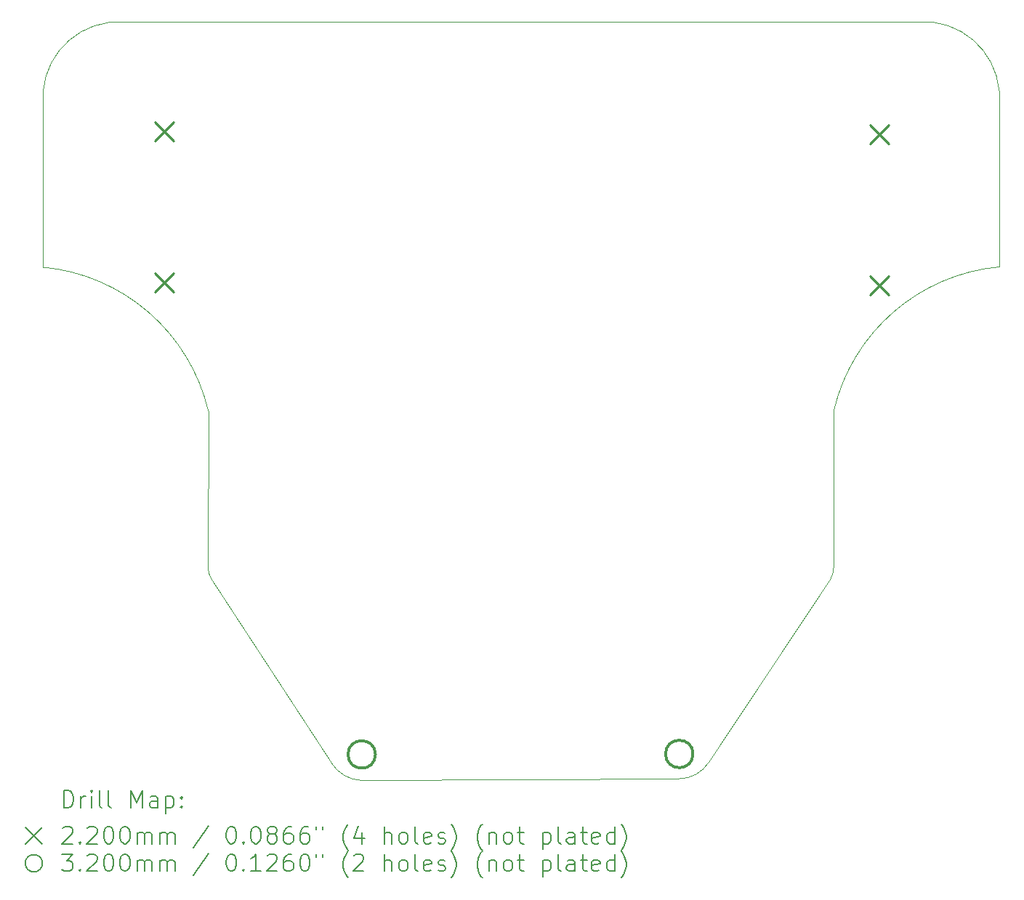
<source format=gbr>
%TF.GenerationSoftware,KiCad,Pcbnew,7.0.1*%
%TF.CreationDate,2023-10-29T13:19:21+05:30*%
%TF.ProjectId,MAZEBLAZE-V3,4d415a45-424c-4415-9a45-2d56332e6b69,rev?*%
%TF.SameCoordinates,Original*%
%TF.FileFunction,Drillmap*%
%TF.FilePolarity,Positive*%
%FSLAX45Y45*%
G04 Gerber Fmt 4.5, Leading zero omitted, Abs format (unit mm)*
G04 Created by KiCad (PCBNEW 7.0.1) date 2023-10-29 13:19:21*
%MOMM*%
%LPD*%
G01*
G04 APERTURE LIST*
%ADD10C,0.100000*%
%ADD11C,0.200000*%
%ADD12C,0.220000*%
%ADD13C,0.320000*%
G04 APERTURE END LIST*
D10*
X14456000Y-13026998D02*
G75*
G03*
X14810446Y-12832591I3160J414558D01*
G01*
X10413000Y-12843000D02*
G75*
G03*
X10765707Y-13045879I367000J230000D01*
G01*
X16230929Y-10686044D02*
X14810446Y-12832591D01*
X18192321Y-5009789D02*
G75*
G03*
X17254236Y-4203511I-880001J-75001D01*
G01*
X8978000Y-8738000D02*
X8977000Y-10565000D01*
X7992084Y-4205722D02*
X17254236Y-4203511D01*
X8977156Y-10564563D02*
G75*
G03*
X9009227Y-10686607I213974J-9007D01*
G01*
X7992084Y-4205722D02*
G75*
G03*
X7054000Y-5012000I-58084J-881278D01*
G01*
X18193000Y-7060000D02*
G75*
G03*
X16265454Y-8734635I201000J-2178000D01*
G01*
X10765707Y-13045879D02*
X14456000Y-13027000D01*
X16230931Y-10686045D02*
G75*
G03*
X16263000Y-10564000I-181911J113035D01*
G01*
X9009227Y-10686607D02*
X10413000Y-12843000D01*
X16265454Y-8734635D02*
X16263000Y-10564000D01*
X8977999Y-8738000D02*
G75*
G03*
X7050454Y-7063366I-2128545J-503365D01*
G01*
X18192320Y-5009789D02*
X18193000Y-7060000D01*
X7054000Y-5012000D02*
X7050454Y-7063366D01*
D11*
D12*
X8351000Y-5374000D02*
X8571000Y-5594000D01*
X8571000Y-5374000D02*
X8351000Y-5594000D01*
X8351000Y-7130000D02*
X8571000Y-7350000D01*
X8571000Y-7130000D02*
X8351000Y-7350000D01*
X16684000Y-5409000D02*
X16904000Y-5629000D01*
X16904000Y-5409000D02*
X16684000Y-5629000D01*
X16687978Y-7162792D02*
X16907978Y-7382792D01*
X16907978Y-7162792D02*
X16687978Y-7382792D01*
D13*
X10925000Y-12742894D02*
G75*
G03*
X10925000Y-12742894I-160000J0D01*
G01*
X14625000Y-12737000D02*
G75*
G03*
X14625000Y-12737000I-160000J0D01*
G01*
D11*
X7293073Y-13363403D02*
X7293073Y-13163403D01*
X7293073Y-13163403D02*
X7340692Y-13163403D01*
X7340692Y-13163403D02*
X7369263Y-13172927D01*
X7369263Y-13172927D02*
X7388311Y-13191975D01*
X7388311Y-13191975D02*
X7397835Y-13211022D01*
X7397835Y-13211022D02*
X7407359Y-13249117D01*
X7407359Y-13249117D02*
X7407359Y-13277689D01*
X7407359Y-13277689D02*
X7397835Y-13315784D01*
X7397835Y-13315784D02*
X7388311Y-13334832D01*
X7388311Y-13334832D02*
X7369263Y-13353879D01*
X7369263Y-13353879D02*
X7340692Y-13363403D01*
X7340692Y-13363403D02*
X7293073Y-13363403D01*
X7493073Y-13363403D02*
X7493073Y-13230070D01*
X7493073Y-13268165D02*
X7502597Y-13249117D01*
X7502597Y-13249117D02*
X7512121Y-13239594D01*
X7512121Y-13239594D02*
X7531168Y-13230070D01*
X7531168Y-13230070D02*
X7550216Y-13230070D01*
X7616882Y-13363403D02*
X7616882Y-13230070D01*
X7616882Y-13163403D02*
X7607359Y-13172927D01*
X7607359Y-13172927D02*
X7616882Y-13182451D01*
X7616882Y-13182451D02*
X7626406Y-13172927D01*
X7626406Y-13172927D02*
X7616882Y-13163403D01*
X7616882Y-13163403D02*
X7616882Y-13182451D01*
X7740692Y-13363403D02*
X7721644Y-13353879D01*
X7721644Y-13353879D02*
X7712121Y-13334832D01*
X7712121Y-13334832D02*
X7712121Y-13163403D01*
X7845454Y-13363403D02*
X7826406Y-13353879D01*
X7826406Y-13353879D02*
X7816882Y-13334832D01*
X7816882Y-13334832D02*
X7816882Y-13163403D01*
X8074025Y-13363403D02*
X8074025Y-13163403D01*
X8074025Y-13163403D02*
X8140692Y-13306260D01*
X8140692Y-13306260D02*
X8207359Y-13163403D01*
X8207359Y-13163403D02*
X8207359Y-13363403D01*
X8388311Y-13363403D02*
X8388311Y-13258641D01*
X8388311Y-13258641D02*
X8378787Y-13239594D01*
X8378787Y-13239594D02*
X8359740Y-13230070D01*
X8359740Y-13230070D02*
X8321644Y-13230070D01*
X8321644Y-13230070D02*
X8302597Y-13239594D01*
X8388311Y-13353879D02*
X8369263Y-13363403D01*
X8369263Y-13363403D02*
X8321644Y-13363403D01*
X8321644Y-13363403D02*
X8302597Y-13353879D01*
X8302597Y-13353879D02*
X8293073Y-13334832D01*
X8293073Y-13334832D02*
X8293073Y-13315784D01*
X8293073Y-13315784D02*
X8302597Y-13296737D01*
X8302597Y-13296737D02*
X8321644Y-13287213D01*
X8321644Y-13287213D02*
X8369263Y-13287213D01*
X8369263Y-13287213D02*
X8388311Y-13277689D01*
X8483549Y-13230070D02*
X8483549Y-13430070D01*
X8483549Y-13239594D02*
X8502597Y-13230070D01*
X8502597Y-13230070D02*
X8540692Y-13230070D01*
X8540692Y-13230070D02*
X8559740Y-13239594D01*
X8559740Y-13239594D02*
X8569264Y-13249117D01*
X8569264Y-13249117D02*
X8578787Y-13268165D01*
X8578787Y-13268165D02*
X8578787Y-13325308D01*
X8578787Y-13325308D02*
X8569264Y-13344356D01*
X8569264Y-13344356D02*
X8559740Y-13353879D01*
X8559740Y-13353879D02*
X8540692Y-13363403D01*
X8540692Y-13363403D02*
X8502597Y-13363403D01*
X8502597Y-13363403D02*
X8483549Y-13353879D01*
X8664502Y-13344356D02*
X8674025Y-13353879D01*
X8674025Y-13353879D02*
X8664502Y-13363403D01*
X8664502Y-13363403D02*
X8654978Y-13353879D01*
X8654978Y-13353879D02*
X8664502Y-13344356D01*
X8664502Y-13344356D02*
X8664502Y-13363403D01*
X8664502Y-13239594D02*
X8674025Y-13249117D01*
X8674025Y-13249117D02*
X8664502Y-13258641D01*
X8664502Y-13258641D02*
X8654978Y-13249117D01*
X8654978Y-13249117D02*
X8664502Y-13239594D01*
X8664502Y-13239594D02*
X8664502Y-13258641D01*
X6845454Y-13590879D02*
X7045454Y-13790879D01*
X7045454Y-13590879D02*
X6845454Y-13790879D01*
X7283549Y-13602451D02*
X7293073Y-13592927D01*
X7293073Y-13592927D02*
X7312121Y-13583403D01*
X7312121Y-13583403D02*
X7359740Y-13583403D01*
X7359740Y-13583403D02*
X7378787Y-13592927D01*
X7378787Y-13592927D02*
X7388311Y-13602451D01*
X7388311Y-13602451D02*
X7397835Y-13621498D01*
X7397835Y-13621498D02*
X7397835Y-13640546D01*
X7397835Y-13640546D02*
X7388311Y-13669117D01*
X7388311Y-13669117D02*
X7274025Y-13783403D01*
X7274025Y-13783403D02*
X7397835Y-13783403D01*
X7483549Y-13764356D02*
X7493073Y-13773879D01*
X7493073Y-13773879D02*
X7483549Y-13783403D01*
X7483549Y-13783403D02*
X7474025Y-13773879D01*
X7474025Y-13773879D02*
X7483549Y-13764356D01*
X7483549Y-13764356D02*
X7483549Y-13783403D01*
X7569263Y-13602451D02*
X7578787Y-13592927D01*
X7578787Y-13592927D02*
X7597835Y-13583403D01*
X7597835Y-13583403D02*
X7645454Y-13583403D01*
X7645454Y-13583403D02*
X7664502Y-13592927D01*
X7664502Y-13592927D02*
X7674025Y-13602451D01*
X7674025Y-13602451D02*
X7683549Y-13621498D01*
X7683549Y-13621498D02*
X7683549Y-13640546D01*
X7683549Y-13640546D02*
X7674025Y-13669117D01*
X7674025Y-13669117D02*
X7559740Y-13783403D01*
X7559740Y-13783403D02*
X7683549Y-13783403D01*
X7807359Y-13583403D02*
X7826406Y-13583403D01*
X7826406Y-13583403D02*
X7845454Y-13592927D01*
X7845454Y-13592927D02*
X7854978Y-13602451D01*
X7854978Y-13602451D02*
X7864502Y-13621498D01*
X7864502Y-13621498D02*
X7874025Y-13659594D01*
X7874025Y-13659594D02*
X7874025Y-13707213D01*
X7874025Y-13707213D02*
X7864502Y-13745308D01*
X7864502Y-13745308D02*
X7854978Y-13764356D01*
X7854978Y-13764356D02*
X7845454Y-13773879D01*
X7845454Y-13773879D02*
X7826406Y-13783403D01*
X7826406Y-13783403D02*
X7807359Y-13783403D01*
X7807359Y-13783403D02*
X7788311Y-13773879D01*
X7788311Y-13773879D02*
X7778787Y-13764356D01*
X7778787Y-13764356D02*
X7769263Y-13745308D01*
X7769263Y-13745308D02*
X7759740Y-13707213D01*
X7759740Y-13707213D02*
X7759740Y-13659594D01*
X7759740Y-13659594D02*
X7769263Y-13621498D01*
X7769263Y-13621498D02*
X7778787Y-13602451D01*
X7778787Y-13602451D02*
X7788311Y-13592927D01*
X7788311Y-13592927D02*
X7807359Y-13583403D01*
X7997835Y-13583403D02*
X8016883Y-13583403D01*
X8016883Y-13583403D02*
X8035930Y-13592927D01*
X8035930Y-13592927D02*
X8045454Y-13602451D01*
X8045454Y-13602451D02*
X8054978Y-13621498D01*
X8054978Y-13621498D02*
X8064502Y-13659594D01*
X8064502Y-13659594D02*
X8064502Y-13707213D01*
X8064502Y-13707213D02*
X8054978Y-13745308D01*
X8054978Y-13745308D02*
X8045454Y-13764356D01*
X8045454Y-13764356D02*
X8035930Y-13773879D01*
X8035930Y-13773879D02*
X8016883Y-13783403D01*
X8016883Y-13783403D02*
X7997835Y-13783403D01*
X7997835Y-13783403D02*
X7978787Y-13773879D01*
X7978787Y-13773879D02*
X7969263Y-13764356D01*
X7969263Y-13764356D02*
X7959740Y-13745308D01*
X7959740Y-13745308D02*
X7950216Y-13707213D01*
X7950216Y-13707213D02*
X7950216Y-13659594D01*
X7950216Y-13659594D02*
X7959740Y-13621498D01*
X7959740Y-13621498D02*
X7969263Y-13602451D01*
X7969263Y-13602451D02*
X7978787Y-13592927D01*
X7978787Y-13592927D02*
X7997835Y-13583403D01*
X8150216Y-13783403D02*
X8150216Y-13650070D01*
X8150216Y-13669117D02*
X8159740Y-13659594D01*
X8159740Y-13659594D02*
X8178787Y-13650070D01*
X8178787Y-13650070D02*
X8207359Y-13650070D01*
X8207359Y-13650070D02*
X8226406Y-13659594D01*
X8226406Y-13659594D02*
X8235930Y-13678641D01*
X8235930Y-13678641D02*
X8235930Y-13783403D01*
X8235930Y-13678641D02*
X8245454Y-13659594D01*
X8245454Y-13659594D02*
X8264502Y-13650070D01*
X8264502Y-13650070D02*
X8293073Y-13650070D01*
X8293073Y-13650070D02*
X8312121Y-13659594D01*
X8312121Y-13659594D02*
X8321644Y-13678641D01*
X8321644Y-13678641D02*
X8321644Y-13783403D01*
X8416883Y-13783403D02*
X8416883Y-13650070D01*
X8416883Y-13669117D02*
X8426406Y-13659594D01*
X8426406Y-13659594D02*
X8445454Y-13650070D01*
X8445454Y-13650070D02*
X8474026Y-13650070D01*
X8474026Y-13650070D02*
X8493073Y-13659594D01*
X8493073Y-13659594D02*
X8502597Y-13678641D01*
X8502597Y-13678641D02*
X8502597Y-13783403D01*
X8502597Y-13678641D02*
X8512121Y-13659594D01*
X8512121Y-13659594D02*
X8531168Y-13650070D01*
X8531168Y-13650070D02*
X8559740Y-13650070D01*
X8559740Y-13650070D02*
X8578787Y-13659594D01*
X8578787Y-13659594D02*
X8588311Y-13678641D01*
X8588311Y-13678641D02*
X8588311Y-13783403D01*
X8978787Y-13573879D02*
X8807359Y-13831022D01*
X9235930Y-13583403D02*
X9254978Y-13583403D01*
X9254978Y-13583403D02*
X9274026Y-13592927D01*
X9274026Y-13592927D02*
X9283549Y-13602451D01*
X9283549Y-13602451D02*
X9293073Y-13621498D01*
X9293073Y-13621498D02*
X9302597Y-13659594D01*
X9302597Y-13659594D02*
X9302597Y-13707213D01*
X9302597Y-13707213D02*
X9293073Y-13745308D01*
X9293073Y-13745308D02*
X9283549Y-13764356D01*
X9283549Y-13764356D02*
X9274026Y-13773879D01*
X9274026Y-13773879D02*
X9254978Y-13783403D01*
X9254978Y-13783403D02*
X9235930Y-13783403D01*
X9235930Y-13783403D02*
X9216883Y-13773879D01*
X9216883Y-13773879D02*
X9207359Y-13764356D01*
X9207359Y-13764356D02*
X9197835Y-13745308D01*
X9197835Y-13745308D02*
X9188311Y-13707213D01*
X9188311Y-13707213D02*
X9188311Y-13659594D01*
X9188311Y-13659594D02*
X9197835Y-13621498D01*
X9197835Y-13621498D02*
X9207359Y-13602451D01*
X9207359Y-13602451D02*
X9216883Y-13592927D01*
X9216883Y-13592927D02*
X9235930Y-13583403D01*
X9388311Y-13764356D02*
X9397835Y-13773879D01*
X9397835Y-13773879D02*
X9388311Y-13783403D01*
X9388311Y-13783403D02*
X9378788Y-13773879D01*
X9378788Y-13773879D02*
X9388311Y-13764356D01*
X9388311Y-13764356D02*
X9388311Y-13783403D01*
X9521645Y-13583403D02*
X9540692Y-13583403D01*
X9540692Y-13583403D02*
X9559740Y-13592927D01*
X9559740Y-13592927D02*
X9569264Y-13602451D01*
X9569264Y-13602451D02*
X9578788Y-13621498D01*
X9578788Y-13621498D02*
X9588311Y-13659594D01*
X9588311Y-13659594D02*
X9588311Y-13707213D01*
X9588311Y-13707213D02*
X9578788Y-13745308D01*
X9578788Y-13745308D02*
X9569264Y-13764356D01*
X9569264Y-13764356D02*
X9559740Y-13773879D01*
X9559740Y-13773879D02*
X9540692Y-13783403D01*
X9540692Y-13783403D02*
X9521645Y-13783403D01*
X9521645Y-13783403D02*
X9502597Y-13773879D01*
X9502597Y-13773879D02*
X9493073Y-13764356D01*
X9493073Y-13764356D02*
X9483549Y-13745308D01*
X9483549Y-13745308D02*
X9474026Y-13707213D01*
X9474026Y-13707213D02*
X9474026Y-13659594D01*
X9474026Y-13659594D02*
X9483549Y-13621498D01*
X9483549Y-13621498D02*
X9493073Y-13602451D01*
X9493073Y-13602451D02*
X9502597Y-13592927D01*
X9502597Y-13592927D02*
X9521645Y-13583403D01*
X9702597Y-13669117D02*
X9683549Y-13659594D01*
X9683549Y-13659594D02*
X9674026Y-13650070D01*
X9674026Y-13650070D02*
X9664502Y-13631022D01*
X9664502Y-13631022D02*
X9664502Y-13621498D01*
X9664502Y-13621498D02*
X9674026Y-13602451D01*
X9674026Y-13602451D02*
X9683549Y-13592927D01*
X9683549Y-13592927D02*
X9702597Y-13583403D01*
X9702597Y-13583403D02*
X9740692Y-13583403D01*
X9740692Y-13583403D02*
X9759740Y-13592927D01*
X9759740Y-13592927D02*
X9769264Y-13602451D01*
X9769264Y-13602451D02*
X9778788Y-13621498D01*
X9778788Y-13621498D02*
X9778788Y-13631022D01*
X9778788Y-13631022D02*
X9769264Y-13650070D01*
X9769264Y-13650070D02*
X9759740Y-13659594D01*
X9759740Y-13659594D02*
X9740692Y-13669117D01*
X9740692Y-13669117D02*
X9702597Y-13669117D01*
X9702597Y-13669117D02*
X9683549Y-13678641D01*
X9683549Y-13678641D02*
X9674026Y-13688165D01*
X9674026Y-13688165D02*
X9664502Y-13707213D01*
X9664502Y-13707213D02*
X9664502Y-13745308D01*
X9664502Y-13745308D02*
X9674026Y-13764356D01*
X9674026Y-13764356D02*
X9683549Y-13773879D01*
X9683549Y-13773879D02*
X9702597Y-13783403D01*
X9702597Y-13783403D02*
X9740692Y-13783403D01*
X9740692Y-13783403D02*
X9759740Y-13773879D01*
X9759740Y-13773879D02*
X9769264Y-13764356D01*
X9769264Y-13764356D02*
X9778788Y-13745308D01*
X9778788Y-13745308D02*
X9778788Y-13707213D01*
X9778788Y-13707213D02*
X9769264Y-13688165D01*
X9769264Y-13688165D02*
X9759740Y-13678641D01*
X9759740Y-13678641D02*
X9740692Y-13669117D01*
X9950216Y-13583403D02*
X9912121Y-13583403D01*
X9912121Y-13583403D02*
X9893073Y-13592927D01*
X9893073Y-13592927D02*
X9883549Y-13602451D01*
X9883549Y-13602451D02*
X9864502Y-13631022D01*
X9864502Y-13631022D02*
X9854978Y-13669117D01*
X9854978Y-13669117D02*
X9854978Y-13745308D01*
X9854978Y-13745308D02*
X9864502Y-13764356D01*
X9864502Y-13764356D02*
X9874026Y-13773879D01*
X9874026Y-13773879D02*
X9893073Y-13783403D01*
X9893073Y-13783403D02*
X9931169Y-13783403D01*
X9931169Y-13783403D02*
X9950216Y-13773879D01*
X9950216Y-13773879D02*
X9959740Y-13764356D01*
X9959740Y-13764356D02*
X9969264Y-13745308D01*
X9969264Y-13745308D02*
X9969264Y-13697689D01*
X9969264Y-13697689D02*
X9959740Y-13678641D01*
X9959740Y-13678641D02*
X9950216Y-13669117D01*
X9950216Y-13669117D02*
X9931169Y-13659594D01*
X9931169Y-13659594D02*
X9893073Y-13659594D01*
X9893073Y-13659594D02*
X9874026Y-13669117D01*
X9874026Y-13669117D02*
X9864502Y-13678641D01*
X9864502Y-13678641D02*
X9854978Y-13697689D01*
X10140692Y-13583403D02*
X10102597Y-13583403D01*
X10102597Y-13583403D02*
X10083549Y-13592927D01*
X10083549Y-13592927D02*
X10074026Y-13602451D01*
X10074026Y-13602451D02*
X10054978Y-13631022D01*
X10054978Y-13631022D02*
X10045454Y-13669117D01*
X10045454Y-13669117D02*
X10045454Y-13745308D01*
X10045454Y-13745308D02*
X10054978Y-13764356D01*
X10054978Y-13764356D02*
X10064502Y-13773879D01*
X10064502Y-13773879D02*
X10083549Y-13783403D01*
X10083549Y-13783403D02*
X10121645Y-13783403D01*
X10121645Y-13783403D02*
X10140692Y-13773879D01*
X10140692Y-13773879D02*
X10150216Y-13764356D01*
X10150216Y-13764356D02*
X10159740Y-13745308D01*
X10159740Y-13745308D02*
X10159740Y-13697689D01*
X10159740Y-13697689D02*
X10150216Y-13678641D01*
X10150216Y-13678641D02*
X10140692Y-13669117D01*
X10140692Y-13669117D02*
X10121645Y-13659594D01*
X10121645Y-13659594D02*
X10083549Y-13659594D01*
X10083549Y-13659594D02*
X10064502Y-13669117D01*
X10064502Y-13669117D02*
X10054978Y-13678641D01*
X10054978Y-13678641D02*
X10045454Y-13697689D01*
X10235930Y-13583403D02*
X10235930Y-13621498D01*
X10312121Y-13583403D02*
X10312121Y-13621498D01*
X10607359Y-13859594D02*
X10597835Y-13850070D01*
X10597835Y-13850070D02*
X10578788Y-13821498D01*
X10578788Y-13821498D02*
X10569264Y-13802451D01*
X10569264Y-13802451D02*
X10559740Y-13773879D01*
X10559740Y-13773879D02*
X10550216Y-13726260D01*
X10550216Y-13726260D02*
X10550216Y-13688165D01*
X10550216Y-13688165D02*
X10559740Y-13640546D01*
X10559740Y-13640546D02*
X10569264Y-13611975D01*
X10569264Y-13611975D02*
X10578788Y-13592927D01*
X10578788Y-13592927D02*
X10597835Y-13564356D01*
X10597835Y-13564356D02*
X10607359Y-13554832D01*
X10769264Y-13650070D02*
X10769264Y-13783403D01*
X10721645Y-13573879D02*
X10674026Y-13716737D01*
X10674026Y-13716737D02*
X10797835Y-13716737D01*
X11026407Y-13783403D02*
X11026407Y-13583403D01*
X11112121Y-13783403D02*
X11112121Y-13678641D01*
X11112121Y-13678641D02*
X11102597Y-13659594D01*
X11102597Y-13659594D02*
X11083550Y-13650070D01*
X11083550Y-13650070D02*
X11054978Y-13650070D01*
X11054978Y-13650070D02*
X11035931Y-13659594D01*
X11035931Y-13659594D02*
X11026407Y-13669117D01*
X11235930Y-13783403D02*
X11216883Y-13773879D01*
X11216883Y-13773879D02*
X11207359Y-13764356D01*
X11207359Y-13764356D02*
X11197835Y-13745308D01*
X11197835Y-13745308D02*
X11197835Y-13688165D01*
X11197835Y-13688165D02*
X11207359Y-13669117D01*
X11207359Y-13669117D02*
X11216883Y-13659594D01*
X11216883Y-13659594D02*
X11235930Y-13650070D01*
X11235930Y-13650070D02*
X11264502Y-13650070D01*
X11264502Y-13650070D02*
X11283550Y-13659594D01*
X11283550Y-13659594D02*
X11293073Y-13669117D01*
X11293073Y-13669117D02*
X11302597Y-13688165D01*
X11302597Y-13688165D02*
X11302597Y-13745308D01*
X11302597Y-13745308D02*
X11293073Y-13764356D01*
X11293073Y-13764356D02*
X11283550Y-13773879D01*
X11283550Y-13773879D02*
X11264502Y-13783403D01*
X11264502Y-13783403D02*
X11235930Y-13783403D01*
X11416883Y-13783403D02*
X11397835Y-13773879D01*
X11397835Y-13773879D02*
X11388311Y-13754832D01*
X11388311Y-13754832D02*
X11388311Y-13583403D01*
X11569264Y-13773879D02*
X11550216Y-13783403D01*
X11550216Y-13783403D02*
X11512121Y-13783403D01*
X11512121Y-13783403D02*
X11493073Y-13773879D01*
X11493073Y-13773879D02*
X11483550Y-13754832D01*
X11483550Y-13754832D02*
X11483550Y-13678641D01*
X11483550Y-13678641D02*
X11493073Y-13659594D01*
X11493073Y-13659594D02*
X11512121Y-13650070D01*
X11512121Y-13650070D02*
X11550216Y-13650070D01*
X11550216Y-13650070D02*
X11569264Y-13659594D01*
X11569264Y-13659594D02*
X11578788Y-13678641D01*
X11578788Y-13678641D02*
X11578788Y-13697689D01*
X11578788Y-13697689D02*
X11483550Y-13716737D01*
X11654978Y-13773879D02*
X11674026Y-13783403D01*
X11674026Y-13783403D02*
X11712121Y-13783403D01*
X11712121Y-13783403D02*
X11731169Y-13773879D01*
X11731169Y-13773879D02*
X11740692Y-13754832D01*
X11740692Y-13754832D02*
X11740692Y-13745308D01*
X11740692Y-13745308D02*
X11731169Y-13726260D01*
X11731169Y-13726260D02*
X11712121Y-13716737D01*
X11712121Y-13716737D02*
X11683550Y-13716737D01*
X11683550Y-13716737D02*
X11664502Y-13707213D01*
X11664502Y-13707213D02*
X11654978Y-13688165D01*
X11654978Y-13688165D02*
X11654978Y-13678641D01*
X11654978Y-13678641D02*
X11664502Y-13659594D01*
X11664502Y-13659594D02*
X11683550Y-13650070D01*
X11683550Y-13650070D02*
X11712121Y-13650070D01*
X11712121Y-13650070D02*
X11731169Y-13659594D01*
X11807359Y-13859594D02*
X11816883Y-13850070D01*
X11816883Y-13850070D02*
X11835931Y-13821498D01*
X11835931Y-13821498D02*
X11845454Y-13802451D01*
X11845454Y-13802451D02*
X11854978Y-13773879D01*
X11854978Y-13773879D02*
X11864502Y-13726260D01*
X11864502Y-13726260D02*
X11864502Y-13688165D01*
X11864502Y-13688165D02*
X11854978Y-13640546D01*
X11854978Y-13640546D02*
X11845454Y-13611975D01*
X11845454Y-13611975D02*
X11835931Y-13592927D01*
X11835931Y-13592927D02*
X11816883Y-13564356D01*
X11816883Y-13564356D02*
X11807359Y-13554832D01*
X12169264Y-13859594D02*
X12159740Y-13850070D01*
X12159740Y-13850070D02*
X12140692Y-13821498D01*
X12140692Y-13821498D02*
X12131169Y-13802451D01*
X12131169Y-13802451D02*
X12121645Y-13773879D01*
X12121645Y-13773879D02*
X12112121Y-13726260D01*
X12112121Y-13726260D02*
X12112121Y-13688165D01*
X12112121Y-13688165D02*
X12121645Y-13640546D01*
X12121645Y-13640546D02*
X12131169Y-13611975D01*
X12131169Y-13611975D02*
X12140692Y-13592927D01*
X12140692Y-13592927D02*
X12159740Y-13564356D01*
X12159740Y-13564356D02*
X12169264Y-13554832D01*
X12245454Y-13650070D02*
X12245454Y-13783403D01*
X12245454Y-13669117D02*
X12254978Y-13659594D01*
X12254978Y-13659594D02*
X12274026Y-13650070D01*
X12274026Y-13650070D02*
X12302597Y-13650070D01*
X12302597Y-13650070D02*
X12321645Y-13659594D01*
X12321645Y-13659594D02*
X12331169Y-13678641D01*
X12331169Y-13678641D02*
X12331169Y-13783403D01*
X12454978Y-13783403D02*
X12435931Y-13773879D01*
X12435931Y-13773879D02*
X12426407Y-13764356D01*
X12426407Y-13764356D02*
X12416883Y-13745308D01*
X12416883Y-13745308D02*
X12416883Y-13688165D01*
X12416883Y-13688165D02*
X12426407Y-13669117D01*
X12426407Y-13669117D02*
X12435931Y-13659594D01*
X12435931Y-13659594D02*
X12454978Y-13650070D01*
X12454978Y-13650070D02*
X12483550Y-13650070D01*
X12483550Y-13650070D02*
X12502597Y-13659594D01*
X12502597Y-13659594D02*
X12512121Y-13669117D01*
X12512121Y-13669117D02*
X12521645Y-13688165D01*
X12521645Y-13688165D02*
X12521645Y-13745308D01*
X12521645Y-13745308D02*
X12512121Y-13764356D01*
X12512121Y-13764356D02*
X12502597Y-13773879D01*
X12502597Y-13773879D02*
X12483550Y-13783403D01*
X12483550Y-13783403D02*
X12454978Y-13783403D01*
X12578788Y-13650070D02*
X12654978Y-13650070D01*
X12607359Y-13583403D02*
X12607359Y-13754832D01*
X12607359Y-13754832D02*
X12616883Y-13773879D01*
X12616883Y-13773879D02*
X12635931Y-13783403D01*
X12635931Y-13783403D02*
X12654978Y-13783403D01*
X12874026Y-13650070D02*
X12874026Y-13850070D01*
X12874026Y-13659594D02*
X12893073Y-13650070D01*
X12893073Y-13650070D02*
X12931169Y-13650070D01*
X12931169Y-13650070D02*
X12950216Y-13659594D01*
X12950216Y-13659594D02*
X12959740Y-13669117D01*
X12959740Y-13669117D02*
X12969264Y-13688165D01*
X12969264Y-13688165D02*
X12969264Y-13745308D01*
X12969264Y-13745308D02*
X12959740Y-13764356D01*
X12959740Y-13764356D02*
X12950216Y-13773879D01*
X12950216Y-13773879D02*
X12931169Y-13783403D01*
X12931169Y-13783403D02*
X12893073Y-13783403D01*
X12893073Y-13783403D02*
X12874026Y-13773879D01*
X13083550Y-13783403D02*
X13064502Y-13773879D01*
X13064502Y-13773879D02*
X13054978Y-13754832D01*
X13054978Y-13754832D02*
X13054978Y-13583403D01*
X13245454Y-13783403D02*
X13245454Y-13678641D01*
X13245454Y-13678641D02*
X13235931Y-13659594D01*
X13235931Y-13659594D02*
X13216883Y-13650070D01*
X13216883Y-13650070D02*
X13178788Y-13650070D01*
X13178788Y-13650070D02*
X13159740Y-13659594D01*
X13245454Y-13773879D02*
X13226407Y-13783403D01*
X13226407Y-13783403D02*
X13178788Y-13783403D01*
X13178788Y-13783403D02*
X13159740Y-13773879D01*
X13159740Y-13773879D02*
X13150216Y-13754832D01*
X13150216Y-13754832D02*
X13150216Y-13735784D01*
X13150216Y-13735784D02*
X13159740Y-13716737D01*
X13159740Y-13716737D02*
X13178788Y-13707213D01*
X13178788Y-13707213D02*
X13226407Y-13707213D01*
X13226407Y-13707213D02*
X13245454Y-13697689D01*
X13312121Y-13650070D02*
X13388312Y-13650070D01*
X13340693Y-13583403D02*
X13340693Y-13754832D01*
X13340693Y-13754832D02*
X13350216Y-13773879D01*
X13350216Y-13773879D02*
X13369264Y-13783403D01*
X13369264Y-13783403D02*
X13388312Y-13783403D01*
X13531169Y-13773879D02*
X13512121Y-13783403D01*
X13512121Y-13783403D02*
X13474026Y-13783403D01*
X13474026Y-13783403D02*
X13454978Y-13773879D01*
X13454978Y-13773879D02*
X13445454Y-13754832D01*
X13445454Y-13754832D02*
X13445454Y-13678641D01*
X13445454Y-13678641D02*
X13454978Y-13659594D01*
X13454978Y-13659594D02*
X13474026Y-13650070D01*
X13474026Y-13650070D02*
X13512121Y-13650070D01*
X13512121Y-13650070D02*
X13531169Y-13659594D01*
X13531169Y-13659594D02*
X13540693Y-13678641D01*
X13540693Y-13678641D02*
X13540693Y-13697689D01*
X13540693Y-13697689D02*
X13445454Y-13716737D01*
X13712121Y-13783403D02*
X13712121Y-13583403D01*
X13712121Y-13773879D02*
X13693074Y-13783403D01*
X13693074Y-13783403D02*
X13654978Y-13783403D01*
X13654978Y-13783403D02*
X13635931Y-13773879D01*
X13635931Y-13773879D02*
X13626407Y-13764356D01*
X13626407Y-13764356D02*
X13616883Y-13745308D01*
X13616883Y-13745308D02*
X13616883Y-13688165D01*
X13616883Y-13688165D02*
X13626407Y-13669117D01*
X13626407Y-13669117D02*
X13635931Y-13659594D01*
X13635931Y-13659594D02*
X13654978Y-13650070D01*
X13654978Y-13650070D02*
X13693074Y-13650070D01*
X13693074Y-13650070D02*
X13712121Y-13659594D01*
X13788312Y-13859594D02*
X13797835Y-13850070D01*
X13797835Y-13850070D02*
X13816883Y-13821498D01*
X13816883Y-13821498D02*
X13826407Y-13802451D01*
X13826407Y-13802451D02*
X13835931Y-13773879D01*
X13835931Y-13773879D02*
X13845454Y-13726260D01*
X13845454Y-13726260D02*
X13845454Y-13688165D01*
X13845454Y-13688165D02*
X13835931Y-13640546D01*
X13835931Y-13640546D02*
X13826407Y-13611975D01*
X13826407Y-13611975D02*
X13816883Y-13592927D01*
X13816883Y-13592927D02*
X13797835Y-13564356D01*
X13797835Y-13564356D02*
X13788312Y-13554832D01*
X7045454Y-14010879D02*
G75*
G03*
X7045454Y-14010879I-100000J0D01*
G01*
X7274025Y-13903403D02*
X7397835Y-13903403D01*
X7397835Y-13903403D02*
X7331168Y-13979594D01*
X7331168Y-13979594D02*
X7359740Y-13979594D01*
X7359740Y-13979594D02*
X7378787Y-13989117D01*
X7378787Y-13989117D02*
X7388311Y-13998641D01*
X7388311Y-13998641D02*
X7397835Y-14017689D01*
X7397835Y-14017689D02*
X7397835Y-14065308D01*
X7397835Y-14065308D02*
X7388311Y-14084356D01*
X7388311Y-14084356D02*
X7378787Y-14093879D01*
X7378787Y-14093879D02*
X7359740Y-14103403D01*
X7359740Y-14103403D02*
X7302597Y-14103403D01*
X7302597Y-14103403D02*
X7283549Y-14093879D01*
X7283549Y-14093879D02*
X7274025Y-14084356D01*
X7483549Y-14084356D02*
X7493073Y-14093879D01*
X7493073Y-14093879D02*
X7483549Y-14103403D01*
X7483549Y-14103403D02*
X7474025Y-14093879D01*
X7474025Y-14093879D02*
X7483549Y-14084356D01*
X7483549Y-14084356D02*
X7483549Y-14103403D01*
X7569263Y-13922451D02*
X7578787Y-13912927D01*
X7578787Y-13912927D02*
X7597835Y-13903403D01*
X7597835Y-13903403D02*
X7645454Y-13903403D01*
X7645454Y-13903403D02*
X7664502Y-13912927D01*
X7664502Y-13912927D02*
X7674025Y-13922451D01*
X7674025Y-13922451D02*
X7683549Y-13941498D01*
X7683549Y-13941498D02*
X7683549Y-13960546D01*
X7683549Y-13960546D02*
X7674025Y-13989117D01*
X7674025Y-13989117D02*
X7559740Y-14103403D01*
X7559740Y-14103403D02*
X7683549Y-14103403D01*
X7807359Y-13903403D02*
X7826406Y-13903403D01*
X7826406Y-13903403D02*
X7845454Y-13912927D01*
X7845454Y-13912927D02*
X7854978Y-13922451D01*
X7854978Y-13922451D02*
X7864502Y-13941498D01*
X7864502Y-13941498D02*
X7874025Y-13979594D01*
X7874025Y-13979594D02*
X7874025Y-14027213D01*
X7874025Y-14027213D02*
X7864502Y-14065308D01*
X7864502Y-14065308D02*
X7854978Y-14084356D01*
X7854978Y-14084356D02*
X7845454Y-14093879D01*
X7845454Y-14093879D02*
X7826406Y-14103403D01*
X7826406Y-14103403D02*
X7807359Y-14103403D01*
X7807359Y-14103403D02*
X7788311Y-14093879D01*
X7788311Y-14093879D02*
X7778787Y-14084356D01*
X7778787Y-14084356D02*
X7769263Y-14065308D01*
X7769263Y-14065308D02*
X7759740Y-14027213D01*
X7759740Y-14027213D02*
X7759740Y-13979594D01*
X7759740Y-13979594D02*
X7769263Y-13941498D01*
X7769263Y-13941498D02*
X7778787Y-13922451D01*
X7778787Y-13922451D02*
X7788311Y-13912927D01*
X7788311Y-13912927D02*
X7807359Y-13903403D01*
X7997835Y-13903403D02*
X8016883Y-13903403D01*
X8016883Y-13903403D02*
X8035930Y-13912927D01*
X8035930Y-13912927D02*
X8045454Y-13922451D01*
X8045454Y-13922451D02*
X8054978Y-13941498D01*
X8054978Y-13941498D02*
X8064502Y-13979594D01*
X8064502Y-13979594D02*
X8064502Y-14027213D01*
X8064502Y-14027213D02*
X8054978Y-14065308D01*
X8054978Y-14065308D02*
X8045454Y-14084356D01*
X8045454Y-14084356D02*
X8035930Y-14093879D01*
X8035930Y-14093879D02*
X8016883Y-14103403D01*
X8016883Y-14103403D02*
X7997835Y-14103403D01*
X7997835Y-14103403D02*
X7978787Y-14093879D01*
X7978787Y-14093879D02*
X7969263Y-14084356D01*
X7969263Y-14084356D02*
X7959740Y-14065308D01*
X7959740Y-14065308D02*
X7950216Y-14027213D01*
X7950216Y-14027213D02*
X7950216Y-13979594D01*
X7950216Y-13979594D02*
X7959740Y-13941498D01*
X7959740Y-13941498D02*
X7969263Y-13922451D01*
X7969263Y-13922451D02*
X7978787Y-13912927D01*
X7978787Y-13912927D02*
X7997835Y-13903403D01*
X8150216Y-14103403D02*
X8150216Y-13970070D01*
X8150216Y-13989117D02*
X8159740Y-13979594D01*
X8159740Y-13979594D02*
X8178787Y-13970070D01*
X8178787Y-13970070D02*
X8207359Y-13970070D01*
X8207359Y-13970070D02*
X8226406Y-13979594D01*
X8226406Y-13979594D02*
X8235930Y-13998641D01*
X8235930Y-13998641D02*
X8235930Y-14103403D01*
X8235930Y-13998641D02*
X8245454Y-13979594D01*
X8245454Y-13979594D02*
X8264502Y-13970070D01*
X8264502Y-13970070D02*
X8293073Y-13970070D01*
X8293073Y-13970070D02*
X8312121Y-13979594D01*
X8312121Y-13979594D02*
X8321644Y-13998641D01*
X8321644Y-13998641D02*
X8321644Y-14103403D01*
X8416883Y-14103403D02*
X8416883Y-13970070D01*
X8416883Y-13989117D02*
X8426406Y-13979594D01*
X8426406Y-13979594D02*
X8445454Y-13970070D01*
X8445454Y-13970070D02*
X8474026Y-13970070D01*
X8474026Y-13970070D02*
X8493073Y-13979594D01*
X8493073Y-13979594D02*
X8502597Y-13998641D01*
X8502597Y-13998641D02*
X8502597Y-14103403D01*
X8502597Y-13998641D02*
X8512121Y-13979594D01*
X8512121Y-13979594D02*
X8531168Y-13970070D01*
X8531168Y-13970070D02*
X8559740Y-13970070D01*
X8559740Y-13970070D02*
X8578787Y-13979594D01*
X8578787Y-13979594D02*
X8588311Y-13998641D01*
X8588311Y-13998641D02*
X8588311Y-14103403D01*
X8978787Y-13893879D02*
X8807359Y-14151022D01*
X9235930Y-13903403D02*
X9254978Y-13903403D01*
X9254978Y-13903403D02*
X9274026Y-13912927D01*
X9274026Y-13912927D02*
X9283549Y-13922451D01*
X9283549Y-13922451D02*
X9293073Y-13941498D01*
X9293073Y-13941498D02*
X9302597Y-13979594D01*
X9302597Y-13979594D02*
X9302597Y-14027213D01*
X9302597Y-14027213D02*
X9293073Y-14065308D01*
X9293073Y-14065308D02*
X9283549Y-14084356D01*
X9283549Y-14084356D02*
X9274026Y-14093879D01*
X9274026Y-14093879D02*
X9254978Y-14103403D01*
X9254978Y-14103403D02*
X9235930Y-14103403D01*
X9235930Y-14103403D02*
X9216883Y-14093879D01*
X9216883Y-14093879D02*
X9207359Y-14084356D01*
X9207359Y-14084356D02*
X9197835Y-14065308D01*
X9197835Y-14065308D02*
X9188311Y-14027213D01*
X9188311Y-14027213D02*
X9188311Y-13979594D01*
X9188311Y-13979594D02*
X9197835Y-13941498D01*
X9197835Y-13941498D02*
X9207359Y-13922451D01*
X9207359Y-13922451D02*
X9216883Y-13912927D01*
X9216883Y-13912927D02*
X9235930Y-13903403D01*
X9388311Y-14084356D02*
X9397835Y-14093879D01*
X9397835Y-14093879D02*
X9388311Y-14103403D01*
X9388311Y-14103403D02*
X9378788Y-14093879D01*
X9378788Y-14093879D02*
X9388311Y-14084356D01*
X9388311Y-14084356D02*
X9388311Y-14103403D01*
X9588311Y-14103403D02*
X9474026Y-14103403D01*
X9531168Y-14103403D02*
X9531168Y-13903403D01*
X9531168Y-13903403D02*
X9512121Y-13931975D01*
X9512121Y-13931975D02*
X9493073Y-13951022D01*
X9493073Y-13951022D02*
X9474026Y-13960546D01*
X9664502Y-13922451D02*
X9674026Y-13912927D01*
X9674026Y-13912927D02*
X9693073Y-13903403D01*
X9693073Y-13903403D02*
X9740692Y-13903403D01*
X9740692Y-13903403D02*
X9759740Y-13912927D01*
X9759740Y-13912927D02*
X9769264Y-13922451D01*
X9769264Y-13922451D02*
X9778788Y-13941498D01*
X9778788Y-13941498D02*
X9778788Y-13960546D01*
X9778788Y-13960546D02*
X9769264Y-13989117D01*
X9769264Y-13989117D02*
X9654978Y-14103403D01*
X9654978Y-14103403D02*
X9778788Y-14103403D01*
X9950216Y-13903403D02*
X9912121Y-13903403D01*
X9912121Y-13903403D02*
X9893073Y-13912927D01*
X9893073Y-13912927D02*
X9883549Y-13922451D01*
X9883549Y-13922451D02*
X9864502Y-13951022D01*
X9864502Y-13951022D02*
X9854978Y-13989117D01*
X9854978Y-13989117D02*
X9854978Y-14065308D01*
X9854978Y-14065308D02*
X9864502Y-14084356D01*
X9864502Y-14084356D02*
X9874026Y-14093879D01*
X9874026Y-14093879D02*
X9893073Y-14103403D01*
X9893073Y-14103403D02*
X9931169Y-14103403D01*
X9931169Y-14103403D02*
X9950216Y-14093879D01*
X9950216Y-14093879D02*
X9959740Y-14084356D01*
X9959740Y-14084356D02*
X9969264Y-14065308D01*
X9969264Y-14065308D02*
X9969264Y-14017689D01*
X9969264Y-14017689D02*
X9959740Y-13998641D01*
X9959740Y-13998641D02*
X9950216Y-13989117D01*
X9950216Y-13989117D02*
X9931169Y-13979594D01*
X9931169Y-13979594D02*
X9893073Y-13979594D01*
X9893073Y-13979594D02*
X9874026Y-13989117D01*
X9874026Y-13989117D02*
X9864502Y-13998641D01*
X9864502Y-13998641D02*
X9854978Y-14017689D01*
X10093073Y-13903403D02*
X10112121Y-13903403D01*
X10112121Y-13903403D02*
X10131169Y-13912927D01*
X10131169Y-13912927D02*
X10140692Y-13922451D01*
X10140692Y-13922451D02*
X10150216Y-13941498D01*
X10150216Y-13941498D02*
X10159740Y-13979594D01*
X10159740Y-13979594D02*
X10159740Y-14027213D01*
X10159740Y-14027213D02*
X10150216Y-14065308D01*
X10150216Y-14065308D02*
X10140692Y-14084356D01*
X10140692Y-14084356D02*
X10131169Y-14093879D01*
X10131169Y-14093879D02*
X10112121Y-14103403D01*
X10112121Y-14103403D02*
X10093073Y-14103403D01*
X10093073Y-14103403D02*
X10074026Y-14093879D01*
X10074026Y-14093879D02*
X10064502Y-14084356D01*
X10064502Y-14084356D02*
X10054978Y-14065308D01*
X10054978Y-14065308D02*
X10045454Y-14027213D01*
X10045454Y-14027213D02*
X10045454Y-13979594D01*
X10045454Y-13979594D02*
X10054978Y-13941498D01*
X10054978Y-13941498D02*
X10064502Y-13922451D01*
X10064502Y-13922451D02*
X10074026Y-13912927D01*
X10074026Y-13912927D02*
X10093073Y-13903403D01*
X10235930Y-13903403D02*
X10235930Y-13941498D01*
X10312121Y-13903403D02*
X10312121Y-13941498D01*
X10607359Y-14179594D02*
X10597835Y-14170070D01*
X10597835Y-14170070D02*
X10578788Y-14141498D01*
X10578788Y-14141498D02*
X10569264Y-14122451D01*
X10569264Y-14122451D02*
X10559740Y-14093879D01*
X10559740Y-14093879D02*
X10550216Y-14046260D01*
X10550216Y-14046260D02*
X10550216Y-14008165D01*
X10550216Y-14008165D02*
X10559740Y-13960546D01*
X10559740Y-13960546D02*
X10569264Y-13931975D01*
X10569264Y-13931975D02*
X10578788Y-13912927D01*
X10578788Y-13912927D02*
X10597835Y-13884356D01*
X10597835Y-13884356D02*
X10607359Y-13874832D01*
X10674026Y-13922451D02*
X10683550Y-13912927D01*
X10683550Y-13912927D02*
X10702597Y-13903403D01*
X10702597Y-13903403D02*
X10750216Y-13903403D01*
X10750216Y-13903403D02*
X10769264Y-13912927D01*
X10769264Y-13912927D02*
X10778788Y-13922451D01*
X10778788Y-13922451D02*
X10788311Y-13941498D01*
X10788311Y-13941498D02*
X10788311Y-13960546D01*
X10788311Y-13960546D02*
X10778788Y-13989117D01*
X10778788Y-13989117D02*
X10664502Y-14103403D01*
X10664502Y-14103403D02*
X10788311Y-14103403D01*
X11026407Y-14103403D02*
X11026407Y-13903403D01*
X11112121Y-14103403D02*
X11112121Y-13998641D01*
X11112121Y-13998641D02*
X11102597Y-13979594D01*
X11102597Y-13979594D02*
X11083550Y-13970070D01*
X11083550Y-13970070D02*
X11054978Y-13970070D01*
X11054978Y-13970070D02*
X11035931Y-13979594D01*
X11035931Y-13979594D02*
X11026407Y-13989117D01*
X11235930Y-14103403D02*
X11216883Y-14093879D01*
X11216883Y-14093879D02*
X11207359Y-14084356D01*
X11207359Y-14084356D02*
X11197835Y-14065308D01*
X11197835Y-14065308D02*
X11197835Y-14008165D01*
X11197835Y-14008165D02*
X11207359Y-13989117D01*
X11207359Y-13989117D02*
X11216883Y-13979594D01*
X11216883Y-13979594D02*
X11235930Y-13970070D01*
X11235930Y-13970070D02*
X11264502Y-13970070D01*
X11264502Y-13970070D02*
X11283550Y-13979594D01*
X11283550Y-13979594D02*
X11293073Y-13989117D01*
X11293073Y-13989117D02*
X11302597Y-14008165D01*
X11302597Y-14008165D02*
X11302597Y-14065308D01*
X11302597Y-14065308D02*
X11293073Y-14084356D01*
X11293073Y-14084356D02*
X11283550Y-14093879D01*
X11283550Y-14093879D02*
X11264502Y-14103403D01*
X11264502Y-14103403D02*
X11235930Y-14103403D01*
X11416883Y-14103403D02*
X11397835Y-14093879D01*
X11397835Y-14093879D02*
X11388311Y-14074832D01*
X11388311Y-14074832D02*
X11388311Y-13903403D01*
X11569264Y-14093879D02*
X11550216Y-14103403D01*
X11550216Y-14103403D02*
X11512121Y-14103403D01*
X11512121Y-14103403D02*
X11493073Y-14093879D01*
X11493073Y-14093879D02*
X11483550Y-14074832D01*
X11483550Y-14074832D02*
X11483550Y-13998641D01*
X11483550Y-13998641D02*
X11493073Y-13979594D01*
X11493073Y-13979594D02*
X11512121Y-13970070D01*
X11512121Y-13970070D02*
X11550216Y-13970070D01*
X11550216Y-13970070D02*
X11569264Y-13979594D01*
X11569264Y-13979594D02*
X11578788Y-13998641D01*
X11578788Y-13998641D02*
X11578788Y-14017689D01*
X11578788Y-14017689D02*
X11483550Y-14036737D01*
X11654978Y-14093879D02*
X11674026Y-14103403D01*
X11674026Y-14103403D02*
X11712121Y-14103403D01*
X11712121Y-14103403D02*
X11731169Y-14093879D01*
X11731169Y-14093879D02*
X11740692Y-14074832D01*
X11740692Y-14074832D02*
X11740692Y-14065308D01*
X11740692Y-14065308D02*
X11731169Y-14046260D01*
X11731169Y-14046260D02*
X11712121Y-14036737D01*
X11712121Y-14036737D02*
X11683550Y-14036737D01*
X11683550Y-14036737D02*
X11664502Y-14027213D01*
X11664502Y-14027213D02*
X11654978Y-14008165D01*
X11654978Y-14008165D02*
X11654978Y-13998641D01*
X11654978Y-13998641D02*
X11664502Y-13979594D01*
X11664502Y-13979594D02*
X11683550Y-13970070D01*
X11683550Y-13970070D02*
X11712121Y-13970070D01*
X11712121Y-13970070D02*
X11731169Y-13979594D01*
X11807359Y-14179594D02*
X11816883Y-14170070D01*
X11816883Y-14170070D02*
X11835931Y-14141498D01*
X11835931Y-14141498D02*
X11845454Y-14122451D01*
X11845454Y-14122451D02*
X11854978Y-14093879D01*
X11854978Y-14093879D02*
X11864502Y-14046260D01*
X11864502Y-14046260D02*
X11864502Y-14008165D01*
X11864502Y-14008165D02*
X11854978Y-13960546D01*
X11854978Y-13960546D02*
X11845454Y-13931975D01*
X11845454Y-13931975D02*
X11835931Y-13912927D01*
X11835931Y-13912927D02*
X11816883Y-13884356D01*
X11816883Y-13884356D02*
X11807359Y-13874832D01*
X12169264Y-14179594D02*
X12159740Y-14170070D01*
X12159740Y-14170070D02*
X12140692Y-14141498D01*
X12140692Y-14141498D02*
X12131169Y-14122451D01*
X12131169Y-14122451D02*
X12121645Y-14093879D01*
X12121645Y-14093879D02*
X12112121Y-14046260D01*
X12112121Y-14046260D02*
X12112121Y-14008165D01*
X12112121Y-14008165D02*
X12121645Y-13960546D01*
X12121645Y-13960546D02*
X12131169Y-13931975D01*
X12131169Y-13931975D02*
X12140692Y-13912927D01*
X12140692Y-13912927D02*
X12159740Y-13884356D01*
X12159740Y-13884356D02*
X12169264Y-13874832D01*
X12245454Y-13970070D02*
X12245454Y-14103403D01*
X12245454Y-13989117D02*
X12254978Y-13979594D01*
X12254978Y-13979594D02*
X12274026Y-13970070D01*
X12274026Y-13970070D02*
X12302597Y-13970070D01*
X12302597Y-13970070D02*
X12321645Y-13979594D01*
X12321645Y-13979594D02*
X12331169Y-13998641D01*
X12331169Y-13998641D02*
X12331169Y-14103403D01*
X12454978Y-14103403D02*
X12435931Y-14093879D01*
X12435931Y-14093879D02*
X12426407Y-14084356D01*
X12426407Y-14084356D02*
X12416883Y-14065308D01*
X12416883Y-14065308D02*
X12416883Y-14008165D01*
X12416883Y-14008165D02*
X12426407Y-13989117D01*
X12426407Y-13989117D02*
X12435931Y-13979594D01*
X12435931Y-13979594D02*
X12454978Y-13970070D01*
X12454978Y-13970070D02*
X12483550Y-13970070D01*
X12483550Y-13970070D02*
X12502597Y-13979594D01*
X12502597Y-13979594D02*
X12512121Y-13989117D01*
X12512121Y-13989117D02*
X12521645Y-14008165D01*
X12521645Y-14008165D02*
X12521645Y-14065308D01*
X12521645Y-14065308D02*
X12512121Y-14084356D01*
X12512121Y-14084356D02*
X12502597Y-14093879D01*
X12502597Y-14093879D02*
X12483550Y-14103403D01*
X12483550Y-14103403D02*
X12454978Y-14103403D01*
X12578788Y-13970070D02*
X12654978Y-13970070D01*
X12607359Y-13903403D02*
X12607359Y-14074832D01*
X12607359Y-14074832D02*
X12616883Y-14093879D01*
X12616883Y-14093879D02*
X12635931Y-14103403D01*
X12635931Y-14103403D02*
X12654978Y-14103403D01*
X12874026Y-13970070D02*
X12874026Y-14170070D01*
X12874026Y-13979594D02*
X12893073Y-13970070D01*
X12893073Y-13970070D02*
X12931169Y-13970070D01*
X12931169Y-13970070D02*
X12950216Y-13979594D01*
X12950216Y-13979594D02*
X12959740Y-13989117D01*
X12959740Y-13989117D02*
X12969264Y-14008165D01*
X12969264Y-14008165D02*
X12969264Y-14065308D01*
X12969264Y-14065308D02*
X12959740Y-14084356D01*
X12959740Y-14084356D02*
X12950216Y-14093879D01*
X12950216Y-14093879D02*
X12931169Y-14103403D01*
X12931169Y-14103403D02*
X12893073Y-14103403D01*
X12893073Y-14103403D02*
X12874026Y-14093879D01*
X13083550Y-14103403D02*
X13064502Y-14093879D01*
X13064502Y-14093879D02*
X13054978Y-14074832D01*
X13054978Y-14074832D02*
X13054978Y-13903403D01*
X13245454Y-14103403D02*
X13245454Y-13998641D01*
X13245454Y-13998641D02*
X13235931Y-13979594D01*
X13235931Y-13979594D02*
X13216883Y-13970070D01*
X13216883Y-13970070D02*
X13178788Y-13970070D01*
X13178788Y-13970070D02*
X13159740Y-13979594D01*
X13245454Y-14093879D02*
X13226407Y-14103403D01*
X13226407Y-14103403D02*
X13178788Y-14103403D01*
X13178788Y-14103403D02*
X13159740Y-14093879D01*
X13159740Y-14093879D02*
X13150216Y-14074832D01*
X13150216Y-14074832D02*
X13150216Y-14055784D01*
X13150216Y-14055784D02*
X13159740Y-14036737D01*
X13159740Y-14036737D02*
X13178788Y-14027213D01*
X13178788Y-14027213D02*
X13226407Y-14027213D01*
X13226407Y-14027213D02*
X13245454Y-14017689D01*
X13312121Y-13970070D02*
X13388312Y-13970070D01*
X13340693Y-13903403D02*
X13340693Y-14074832D01*
X13340693Y-14074832D02*
X13350216Y-14093879D01*
X13350216Y-14093879D02*
X13369264Y-14103403D01*
X13369264Y-14103403D02*
X13388312Y-14103403D01*
X13531169Y-14093879D02*
X13512121Y-14103403D01*
X13512121Y-14103403D02*
X13474026Y-14103403D01*
X13474026Y-14103403D02*
X13454978Y-14093879D01*
X13454978Y-14093879D02*
X13445454Y-14074832D01*
X13445454Y-14074832D02*
X13445454Y-13998641D01*
X13445454Y-13998641D02*
X13454978Y-13979594D01*
X13454978Y-13979594D02*
X13474026Y-13970070D01*
X13474026Y-13970070D02*
X13512121Y-13970070D01*
X13512121Y-13970070D02*
X13531169Y-13979594D01*
X13531169Y-13979594D02*
X13540693Y-13998641D01*
X13540693Y-13998641D02*
X13540693Y-14017689D01*
X13540693Y-14017689D02*
X13445454Y-14036737D01*
X13712121Y-14103403D02*
X13712121Y-13903403D01*
X13712121Y-14093879D02*
X13693074Y-14103403D01*
X13693074Y-14103403D02*
X13654978Y-14103403D01*
X13654978Y-14103403D02*
X13635931Y-14093879D01*
X13635931Y-14093879D02*
X13626407Y-14084356D01*
X13626407Y-14084356D02*
X13616883Y-14065308D01*
X13616883Y-14065308D02*
X13616883Y-14008165D01*
X13616883Y-14008165D02*
X13626407Y-13989117D01*
X13626407Y-13989117D02*
X13635931Y-13979594D01*
X13635931Y-13979594D02*
X13654978Y-13970070D01*
X13654978Y-13970070D02*
X13693074Y-13970070D01*
X13693074Y-13970070D02*
X13712121Y-13979594D01*
X13788312Y-14179594D02*
X13797835Y-14170070D01*
X13797835Y-14170070D02*
X13816883Y-14141498D01*
X13816883Y-14141498D02*
X13826407Y-14122451D01*
X13826407Y-14122451D02*
X13835931Y-14093879D01*
X13835931Y-14093879D02*
X13845454Y-14046260D01*
X13845454Y-14046260D02*
X13845454Y-14008165D01*
X13845454Y-14008165D02*
X13835931Y-13960546D01*
X13835931Y-13960546D02*
X13826407Y-13931975D01*
X13826407Y-13931975D02*
X13816883Y-13912927D01*
X13816883Y-13912927D02*
X13797835Y-13884356D01*
X13797835Y-13884356D02*
X13788312Y-13874832D01*
M02*

</source>
